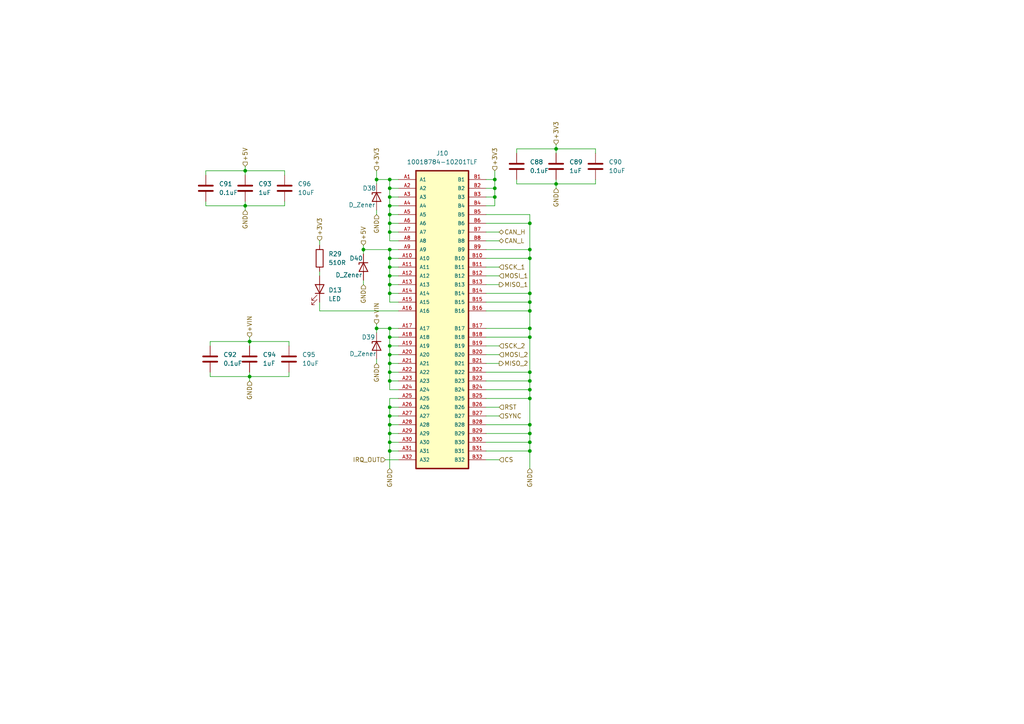
<source format=kicad_sch>
(kicad_sch (version 20250114) (generator "eeschema") (generator_version "9.0")
  (paper "A4")
  (lib_symbols
    (symbol "Connector:10018784-10201TLF" (pin_names (offset 1.016))
      (property "Reference" "J" (at -7.6348 45.8086 0))
      (property "Value" "10018784-10201TLF" (at -7.6251 -48.2925 0))
      (symbol "10018784-10201TLF_0_0"
        (rectangle (start -7.62 -43.18) (end 7.62 43.18) (stroke (width 0.4064)) (fill (type background)))
        (pin passive line (at -12.7 40.64 0) (length 5.08) (name "A1") (number "A1"))
        (pin passive line (at -12.7 38.1 0) (length 5.08) (name "A2") (number "A2"))
        (pin passive line (at -12.7 35.56 0) (length 5.08) (name "A3") (number "A3"))
        (pin passive line (at -12.7 33.02 0) (length 5.08) (name "A4") (number "A4"))
        (pin passive line (at -12.7 30.48 0) (length 5.08) (name "A5") (number "A5"))
        (pin passive line (at -12.7 27.94 0) (length 5.08) (name "A6") (number "A6"))
        (pin passive line (at -12.7 25.4 0) (length 5.08) (name "A7") (number "A7"))
        (pin passive line (at -12.7 22.86 0) (length 5.08) (name "A8") (number "A8"))
        (pin passive line (at -12.7 20.32 0) (length 5.08) (name "A9") (number "A9"))
        (pin passive line (at -12.7 17.78 0) (length 5.08) (name "A10") (number "A10"))
        (pin passive line (at -12.7 15.24 0) (length 5.08) (name "A11") (number "A11"))
        (pin passive line (at -12.7 12.7 0) (length 5.08) (name "A12") (number "A12"))
        (pin passive line (at -12.7 10.16 0) (length 5.08) (name "A13") (number "A13"))
        (pin passive line (at -12.7 7.62 0) (length 5.08) (name "A14") (number "A14"))
        (pin passive line (at -12.7 5.08 0) (length 5.08) (name "A15") (number "A15"))
        (pin passive line (at -12.7 2.54 0) (length 5.08) (name "A16") (number "A16"))
        (pin passive line (at -12.7 -2.54 0) (length 5.08) (name "A17") (number "A17"))
        (pin passive line (at -12.7 -5.08 0) (length 5.08) (name "A18") (number "A18"))
        (pin passive line (at -12.7 -7.62 0) (length 5.08) (name "A19") (number "A19"))
        (pin passive line (at -12.7 -10.16 0) (length 5.08) (name "A20") (number "A20"))
        (pin passive line (at -12.7 -12.7 0) (length 5.08) (name "A21") (number "A21"))
        (pin passive line (at -12.7 -15.24 0) (length 5.08) (name "A22") (number "A22"))
        (pin passive line (at -12.7 -17.78 0) (length 5.08) (name "A23") (number "A23"))
        (pin passive line (at -12.7 -20.32 0) (length 5.08) (name "A24") (number "A24"))
        (pin passive line (at -12.7 -22.86 0) (length 5.08) (name "A25") (number "A25"))
        (pin passive line (at -12.7 -25.4 0) (length 5.08) (name "A26") (number "A26"))
        (pin passive line (at -12.7 -27.94 0) (length 5.08) (name "A27") (number "A27"))
        (pin passive line (at -12.7 -30.48 0) (length 5.08) (name "A28") (number "A28"))
        (pin passive line (at -12.7 -33.02 0) (length 5.08) (name "A29") (number "A29"))
        (pin passive line (at -12.7 -35.56 0) (length 5.08) (name "A30") (number "A30"))
        (pin passive line (at -12.7 -38.1 0) (length 5.08) (name "A31") (number "A31"))
        (pin passive line (at -12.7 -40.64 0) (length 5.08) (name "A32") (number "A32"))
        (pin passive line (at 12.7 40.64 180) (length 5.08) (name "B1") (number "B1"))
        (pin passive line (at 12.7 38.1 180) (length 5.08) (name "B2") (number "B2"))
        (pin passive line (at 12.7 35.56 180) (length 5.08) (name "B3") (number "B3"))
        (pin passive line (at 12.7 33.02 180) (length 5.08) (name "B4") (number "B4"))
        (pin passive line (at 12.7 30.48 180) (length 5.08) (name "B5") (number "B5"))
        (pin passive line (at 12.7 27.94 180) (length 5.08) (name "B6") (number "B6"))
        (pin passive line (at 12.7 25.4 180) (length 5.08) (name "B7") (number "B7"))
        (pin passive line (at 12.7 22.86 180) (length 5.08) (name "B8") (number "B8"))
        (pin passive line (at 12.7 20.32 180) (length 5.08) (name "B9") (number "B9"))
        (pin passive line (at 12.7 17.78 180) (length 5.08) (name "B10") (number "B10"))
        (pin passive line (at 12.7 15.24 180) (length 5.08) (name "B11") (number "B11"))
        (pin passive line (at 12.7 12.7 180) (length 5.08) (name "B12") (number "B12"))
        (pin passive line (at 12.7 10.16 180) (length 5.08) (name "B13") (number "B13"))
        (pin passive line (at 12.7 7.62 180) (length 5.08) (name "B14") (number "B14"))
        (pin passive line (at 12.7 5.08 180) (length 5.08) (name "B15") (number "B15"))
        (pin passive line (at 12.7 2.54 180) (length 5.08) (name "B16") (number "B16"))
        (pin passive line (at 12.7 -2.54 180) (length 5.08) (name "B17") (number "B17"))
        (pin passive line (at 12.7 -5.08 180) (length 5.08) (name "B18") (number "B18"))
        (pin passive line (at 12.7 -7.62 180) (length 5.08) (name "B19") (number "B19"))
        (pin passive line (at 12.7 -10.16 180) (length 5.08) (name "B20") (number "B20"))
        (pin passive line (at 12.7 -12.7 180) (length 5.08) (name "B21") (number "B21"))
        (pin passive line (at 12.7 -15.24 180) (length 5.08) (name "B22") (number "B22"))
        (pin passive line (at 12.7 -17.78 180) (length 5.08) (name "B23") (number "B23"))
        (pin passive line (at 12.7 -20.32 180) (length 5.08) (name "B24") (number "B24"))
        (pin passive line (at 12.7 -22.86 180) (length 5.08) (name "B25") (number "B25"))
        (pin passive line (at 12.7 -25.4 180) (length 5.08) (name "B26") (number "B26"))
        (pin passive line (at 12.7 -27.94 180) (length 5.08) (name "B27") (number "B27"))
        (pin passive line (at 12.7 -30.48 180) (length 5.08) (name "B28") (number "B28"))
        (pin passive line (at 12.7 -33.02 180) (length 5.08) (name "B29") (number "B29"))
        (pin passive line (at 12.7 -35.56 180) (length 5.08) (name "B30") (number "B30"))
        (pin passive line (at 12.7 -38.1 180) (length 5.08) (name "B31") (number "B31"))
        (pin passive line (at 12.7 -40.64 180) (length 5.08) (name "B32") (number "B32"))
      )
    )
    (symbol "Device:C" (pin_numbers (hide yes)) (pin_names (offset 0.254))
      (property "Reference" "C" (at 0.635 2.54 0))
      (property "Value" "C" (at 0.635 -2.54 0))
      (symbol "C_0_1"
        (polyline (pts (xy -2.032 0.762) (xy 2.032 0.762)) (stroke (width 0.508)))
        (polyline (pts (xy -2.032 -0.762) (xy 2.032 -0.762)) (stroke (width 0.508)))
      )
      (symbol "C_1_1"
        (pin passive line (at 0 3.81 270) (length 2.794) (name "~") (number "1"))
        (pin passive line (at 0 -3.81 90) (length 2.794) (name "~") (number "2"))
      )
    )
    (symbol "Device:D_Zener" (pin_numbers (hide yes)) (pin_names (offset 1.016) (hide yes))
      (property "Reference" "D" (at 0 2.54 0))
      (property "Value" "D_Zener" (at 0 -2.54 0))
      (symbol "D_Zener_0_1"
        (polyline (pts (xy -1.27 -1.27) (xy -1.27 1.27) (xy -0.762 1.27)) (stroke (width 0.254)))
        (polyline (pts (xy 1.27 0) (xy -1.27 0)))
        (polyline (pts (xy 1.27 -1.27) (xy 1.27 1.27) (xy -1.27 0) (xy 1.27 -1.27)) (stroke (width 0.254)))
      )
      (symbol "D_Zener_1_1"
        (pin passive line (at -3.81 0 0) (length 2.54) (name "K") (number "1"))
        (pin passive line (at 3.81 0 180) (length 2.54) (name "A") (number "2"))
      )
    )
    (symbol "Device:LED" (pin_numbers (hide yes)) (pin_names (offset 1.016) (hide yes))
      (property "Reference" "D" (at 0 2.54 0))
      (property "Value" "LED" (at 0 -2.54 0))
      (symbol "LED_0_1"
        (polyline (pts (xy -3.048 -0.762) (xy -4.572 -2.286) (xy -3.81 -2.286) (xy -4.572 -2.286) (xy -4.572 -1.524)))
        (polyline (pts (xy -1.778 -0.762) (xy -3.302 -2.286) (xy -2.54 -2.286) (xy -3.302 -2.286) (xy -3.302 -1.524)))
        (polyline (pts (xy -1.27 0) (xy 1.27 0)))
        (polyline (pts (xy -1.27 -1.27) (xy -1.27 1.27)) (stroke (width 0.254)))
        (polyline (pts (xy 1.27 -1.27) (xy 1.27 1.27) (xy -1.27 0) (xy 1.27 -1.27)) (stroke (width 0.254)))
      )
      (symbol "LED_1_1"
        (pin passive line (at -3.81 0 0) (length 2.54) (name "K") (number "1"))
        (pin passive line (at 3.81 0 180) (length 2.54) (name "A") (number "2"))
      )
    )
    (symbol "Device:R" (pin_numbers (hide yes)) (pin_names (offset 0))
      (property "Reference" "R" (at 2.032 0 90))
      (property "Value" "R" (at 0 0 90))
      (symbol "R_0_1"
        (rectangle (start -1.016 -2.54) (end 1.016 2.54) (stroke (width 0.254)))
      )
      (symbol "R_1_1"
        (pin passive line (at 0 3.81 270) (length 1.27) (name "~") (number "1"))
        (pin passive line (at 0 -3.81 90) (length 1.27) (name "~") (number "2"))
      )
    )
  )
  (junction (at 109.22 95.25))
  (junction (at 153.67 74.93))
  (junction (at 113.03 125.73))
  (junction (at 113.03 57.15))
  (junction (at 113.03 64.77))
  (junction (at 113.03 107.95))
  (junction (at 113.03 105.41))
  (junction (at 143.51 54.61))
  (junction (at 113.03 74.93))
  (junction (at 161.29 43.18))
  (junction (at 113.03 118.11))
  (junction (at 71.12 59.69))
  (junction (at 113.03 54.61))
  (junction (at 109.22 52.07))
  (junction (at 113.03 110.49))
  (junction (at 113.03 72.39))
  (junction (at 153.67 90.17))
  (junction (at 113.03 80.01))
  (junction (at 143.51 57.15))
  (junction (at 113.03 82.55))
  (junction (at 153.67 107.95))
  (junction (at 153.67 125.73))
  (junction (at 105.41 72.39))
  (junction (at 113.03 128.27))
  (junction (at 161.29 53.34))
  (junction (at 113.03 62.23))
  (junction (at 113.03 123.19))
  (junction (at 72.39 99.06))
  (junction (at 153.67 123.19))
  (junction (at 113.03 67.31))
  (junction (at 153.67 128.27))
  (junction (at 153.67 113.03))
  (junction (at 153.67 115.57))
  (junction (at 113.03 85.09))
  (junction (at 113.03 102.87))
  (junction (at 113.03 97.79))
  (junction (at 153.67 110.49))
  (junction (at 153.67 64.77))
  (junction (at 153.67 130.81))
  (junction (at 153.67 97.79))
  (junction (at 71.12 49.53))
  (junction (at 113.03 120.65))
  (junction (at 113.03 95.25))
  (junction (at 113.03 77.47))
  (junction (at 153.67 72.39))
  (junction (at 113.03 52.07))
  (junction (at 113.03 100.33))
  (junction (at 153.67 87.63))
  (junction (at 153.67 95.25))
  (junction (at 153.67 85.09))
  (junction (at 72.39 109.22))
  (junction (at 143.51 52.07))
  (junction (at 113.03 130.81))
  (junction (at 113.03 59.69))
  (wire (pts (xy 115.57 72.39) (xy 113.03 72.39)))
  (wire (pts (xy 144.78 133.35) (xy 140.97 133.35)))
  (wire (pts (xy 143.51 54.61) (xy 143.51 57.15)))
  (wire (pts (xy 115.57 54.61) (xy 113.03 54.61)))
  (wire (pts (xy 113.03 54.61) (xy 113.03 57.15)))
  (wire (pts (xy 113.03 82.55) (xy 113.03 85.09)))
  (wire (pts (xy 172.72 52.07) (xy 172.72 53.34)))
  (wire (pts (xy 115.57 105.41) (xy 113.03 105.41)))
  (wire (pts (xy 109.22 60.96) (xy 109.22 62.23)))
  (wire (pts (xy 143.51 57.15) (xy 143.51 59.69)))
  (wire (pts (xy 92.71 69.85) (xy 92.71 71.12)))
  (wire (pts (xy 60.96 99.06) (xy 72.39 99.06)))
  (wire (pts (xy 143.51 52.07) (xy 140.97 52.07)))
  (wire (pts (xy 59.69 58.42) (xy 59.69 59.69)))
  (wire (pts (xy 113.03 107.95) (xy 113.03 110.49)))
  (wire (pts (xy 161.29 43.18) (xy 172.72 43.18)))
  (wire (pts (xy 109.22 95.25) (xy 109.22 96.52)))
  (wire (pts (xy 140.97 130.81) (xy 153.67 130.81)))
  (wire (pts (xy 140.97 107.95) (xy 153.67 107.95)))
  (wire (pts (xy 113.03 74.93) (xy 113.03 77.47)))
  (wire (pts (xy 161.29 43.18) (xy 161.29 44.45)))
  (wire (pts (xy 153.67 74.93) (xy 140.97 74.93)))
  (wire (pts (xy 109.22 104.14) (xy 109.22 105.41)))
  (wire (pts (xy 172.72 43.18) (xy 172.72 44.45)))
  (wire (pts (xy 144.78 67.31) (xy 140.97 67.31)))
  (wire (pts (xy 71.12 49.53) (xy 82.55 49.53)))
  (wire (pts (xy 60.96 107.95) (xy 60.96 109.22)))
  (wire (pts (xy 113.03 128.27) (xy 115.57 128.27)))
  (wire (pts (xy 113.03 95.25) (xy 109.22 95.25)))
  (wire (pts (xy 72.39 109.22) (xy 83.82 109.22)))
  (wire (pts (xy 109.22 52.07) (xy 109.22 53.34)))
  (wire (pts (xy 115.57 67.31) (xy 113.03 67.31)))
  (wire (pts (xy 71.12 59.69) (xy 71.12 60.96)))
  (wire (pts (xy 113.03 57.15) (xy 113.03 59.69)))
  (wire (pts (xy 113.03 72.39) (xy 113.03 74.93)))
  (wire (pts (xy 113.03 77.47) (xy 113.03 80.01)))
  (wire (pts (xy 144.78 82.55) (xy 140.97 82.55)))
  (wire (pts (xy 113.03 128.27) (xy 113.03 130.81)))
  (wire (pts (xy 115.57 100.33) (xy 113.03 100.33)))
  (wire (pts (xy 59.69 49.53) (xy 71.12 49.53)))
  (wire (pts (xy 115.57 59.69) (xy 113.03 59.69)))
  (wire (pts (xy 115.57 85.09) (xy 113.03 85.09)))
  (wire (pts (xy 115.57 77.47) (xy 113.03 77.47)))
  (wire (pts (xy 113.03 97.79) (xy 113.03 100.33)))
  (wire (pts (xy 59.69 50.8) (xy 59.69 49.53)))
  (wire (pts (xy 113.03 64.77) (xy 113.03 67.31)))
  (wire (pts (xy 113.03 130.81) (xy 113.03 135.89)))
  (wire (pts (xy 60.96 109.22) (xy 72.39 109.22)))
  (wire (pts (xy 113.03 95.25) (xy 113.03 97.79)))
  (wire (pts (xy 60.96 100.33) (xy 60.96 99.06)))
  (wire (pts (xy 153.67 110.49) (xy 140.97 110.49)))
  (wire (pts (xy 113.03 62.23) (xy 113.03 64.77)))
  (wire (pts (xy 109.22 52.07) (xy 113.03 52.07)))
  (wire (pts (xy 153.67 115.57) (xy 153.67 123.19)))
  (wire (pts (xy 153.67 113.03) (xy 153.67 115.57)))
  (wire (pts (xy 143.51 54.61) (xy 140.97 54.61)))
  (wire (pts (xy 113.03 118.11) (xy 113.03 120.65)))
  (wire (pts (xy 153.67 90.17) (xy 140.97 90.17)))
  (wire (pts (xy 71.12 59.69) (xy 82.55 59.69)))
  (wire (pts (xy 149.86 43.18) (xy 161.29 43.18)))
  (wire (pts (xy 113.03 125.73) (xy 113.03 128.27)))
  (wire (pts (xy 149.86 53.34) (xy 161.29 53.34)))
  (wire (pts (xy 115.57 113.03) (xy 113.03 113.03)))
  (wire (pts (xy 140.97 128.27) (xy 153.67 128.27)))
  (wire (pts (xy 140.97 123.19) (xy 153.67 123.19)))
  (wire (pts (xy 59.69 59.69) (xy 71.12 59.69)))
  (wire (pts (xy 153.67 125.73) (xy 153.67 128.27)))
  (wire (pts (xy 144.78 120.65) (xy 140.97 120.65)))
  (wire (pts (xy 140.97 125.73) (xy 153.67 125.73)))
  (wire (pts (xy 92.71 90.17) (xy 115.57 90.17)))
  (wire (pts (xy 143.51 52.07) (xy 143.51 54.61)))
  (wire (pts (xy 153.67 62.23) (xy 153.67 64.77)))
  (wire (pts (xy 71.12 49.53) (xy 71.12 50.8)))
  (wire (pts (xy 161.29 52.07) (xy 161.29 53.34)))
  (wire (pts (xy 82.55 58.42) (xy 82.55 59.69)))
  (wire (pts (xy 115.57 62.23) (xy 113.03 62.23)))
  (wire (pts (xy 113.03 125.73) (xy 115.57 125.73)))
  (wire (pts (xy 140.97 62.23) (xy 153.67 62.23)))
  (wire (pts (xy 113.03 102.87) (xy 113.03 105.41)))
  (wire (pts (xy 113.03 72.39) (xy 105.41 72.39)))
  (wire (pts (xy 113.03 85.09) (xy 113.03 87.63)))
  (wire (pts (xy 161.29 41.91) (xy 161.29 43.18)))
  (wire (pts (xy 144.78 102.87) (xy 140.97 102.87)))
  (wire (pts (xy 92.71 87.63) (xy 92.71 90.17)))
  (wire (pts (xy 113.03 105.41) (xy 113.03 107.95)))
  (wire (pts (xy 92.71 78.74) (xy 92.71 80.01)))
  (wire (pts (xy 71.12 48.26) (xy 71.12 49.53)))
  (wire (pts (xy 144.78 77.47) (xy 140.97 77.47)))
  (wire (pts (xy 83.82 99.06) (xy 83.82 100.33)))
  (wire (pts (xy 113.03 59.69) (xy 113.03 62.23)))
  (wire (pts (xy 144.78 100.33) (xy 140.97 100.33)))
  (wire (pts (xy 115.57 74.93) (xy 113.03 74.93)))
  (wire (pts (xy 143.51 49.53) (xy 143.51 52.07)))
  (wire (pts (xy 153.67 130.81) (xy 153.67 135.89)))
  (wire (pts (xy 113.03 118.11) (xy 115.57 118.11)))
  (wire (pts (xy 153.67 128.27) (xy 153.67 130.81)))
  (wire (pts (xy 115.57 133.35) (xy 111.76 133.35)))
  (wire (pts (xy 72.39 109.22) (xy 72.39 110.49)))
  (wire (pts (xy 113.03 80.01) (xy 113.03 82.55)))
  (wire (pts (xy 140.97 115.57) (xy 153.67 115.57)))
  (wire (pts (xy 113.03 123.19) (xy 113.03 125.73)))
  (wire (pts (xy 140.97 85.09) (xy 153.67 85.09)))
  (wire (pts (xy 105.41 81.28) (xy 105.41 82.55)))
  (wire (pts (xy 113.03 52.07) (xy 113.03 54.61)))
  (wire (pts (xy 113.03 115.57) (xy 113.03 118.11)))
  (wire (pts (xy 153.67 113.03) (xy 153.67 110.49)))
  (wire (pts (xy 153.67 85.09) (xy 153.67 87.63)))
  (wire (pts (xy 72.39 107.95) (xy 72.39 109.22)))
  (wire (pts (xy 161.29 53.34) (xy 161.29 54.61)))
  (wire (pts (xy 153.67 72.39) (xy 153.67 74.93)))
  (wire (pts (xy 115.57 80.01) (xy 113.03 80.01)))
  (wire (pts (xy 109.22 49.53) (xy 109.22 52.07)))
  (wire (pts (xy 113.03 110.49) (xy 113.03 113.03)))
  (wire (pts (xy 115.57 82.55) (xy 113.03 82.55)))
  (wire (pts (xy 153.67 95.25) (xy 153.67 97.79)))
  (wire (pts (xy 149.86 44.45) (xy 149.86 43.18)))
  (wire (pts (xy 115.57 107.95) (xy 113.03 107.95)))
  (wire (pts (xy 72.39 99.06) (xy 72.39 100.33)))
  (wire (pts (xy 113.03 100.33) (xy 113.03 102.87)))
  (wire (pts (xy 115.57 95.25) (xy 113.03 95.25)))
  (wire (pts (xy 140.97 64.77) (xy 153.67 64.77)))
  (wire (pts (xy 161.29 53.34) (xy 172.72 53.34)))
  (wire (pts (xy 105.41 72.39) (xy 105.41 73.66)))
  (wire (pts (xy 153.67 97.79) (xy 140.97 97.79)))
  (wire (pts (xy 113.03 115.57) (xy 115.57 115.57)))
  (wire (pts (xy 72.39 99.06) (xy 83.82 99.06)))
  (wire (pts (xy 140.97 59.69) (xy 143.51 59.69)))
  (wire (pts (xy 71.12 58.42) (xy 71.12 59.69)))
  (wire (pts (xy 153.67 107.95) (xy 153.67 110.49)))
  (wire (pts (xy 113.03 123.19) (xy 115.57 123.19)))
  (wire (pts (xy 109.22 93.98) (xy 109.22 95.25)))
  (wire (pts (xy 115.57 87.63) (xy 113.03 87.63)))
  (wire (pts (xy 153.67 113.03) (xy 140.97 113.03)))
  (wire (pts (xy 115.57 102.87) (xy 113.03 102.87)))
  (wire (pts (xy 113.03 130.81) (xy 115.57 130.81)))
  (wire (pts (xy 115.57 69.85) (xy 113.03 69.85)))
  (wire (pts (xy 72.39 97.79) (xy 72.39 99.06)))
  (wire (pts (xy 153.67 64.77) (xy 153.67 72.39)))
  (wire (pts (xy 153.67 72.39) (xy 140.97 72.39)))
  (wire (pts (xy 153.67 123.19) (xy 153.67 125.73)))
  (wire (pts (xy 113.03 67.31) (xy 113.03 69.85)))
  (wire (pts (xy 153.67 87.63) (xy 153.67 90.17)))
  (wire (pts (xy 149.86 52.07) (xy 149.86 53.34)))
  (wire (pts (xy 83.82 107.95) (xy 83.82 109.22)))
  (wire (pts (xy 153.67 97.79) (xy 153.67 107.95)))
  (wire (pts (xy 144.78 105.41) (xy 140.97 105.41)))
  (wire (pts (xy 113.03 120.65) (xy 113.03 123.19)))
  (wire (pts (xy 113.03 120.65) (xy 115.57 120.65)))
  (wire (pts (xy 82.55 49.53) (xy 82.55 50.8)))
  (wire (pts (xy 143.51 57.15) (xy 140.97 57.15)))
  (wire (pts (xy 105.41 71.12) (xy 105.41 72.39)))
  (wire (pts (xy 153.67 87.63) (xy 140.97 87.63)))
  (wire (pts (xy 153.67 74.93) (xy 153.67 85.09)))
  (wire (pts (xy 153.67 90.17) (xy 153.67 95.25)))
  (wire (pts (xy 153.67 95.25) (xy 140.97 95.25)))
  (wire (pts (xy 115.57 52.07) (xy 113.03 52.07)))
  (wire (pts (xy 115.57 110.49) (xy 113.03 110.49)))
  (wire (pts (xy 144.78 69.85) (xy 140.97 69.85)))
  (wire (pts (xy 115.57 64.77) (xy 113.03 64.77)))
  (wire (pts (xy 115.57 57.15) (xy 113.03 57.15)))
  (wire (pts (xy 115.57 97.79) (xy 113.03 97.79)))
  (wire (pts (xy 144.78 118.11) (xy 140.97 118.11)))
  (wire (pts (xy 144.78 80.01) (xy 140.97 80.01)))
  (hierarchical_label "IRQ_OUT" (shape input) (at 111.76 133.35 180))
  (hierarchical_label "+3V3" (shape input) (at 109.22 49.53 90))
  (hierarchical_label "SCK_1" (shape input) (at 144.78 77.47 0))
  (hierarchical_label "GND" (shape input) (at 71.12 60.96 270))
  (hierarchical_label "CAN_L" (shape bidirectional) (at 144.78 69.85 0))
  (hierarchical_label "+5V" (shape input) (at 105.41 71.12 90))
  (hierarchical_label "GND" (shape input) (at 109.22 62.23 270))
  (hierarchical_label "GND" (shape input) (at 109.22 105.41 270))
  (hierarchical_label "MISO_1" (shape output) (at 144.78 82.55 0))
  (hierarchical_label "+3V3" (shape input) (at 161.29 41.91 90))
  (hierarchical_label "+VIN" (shape input) (at 109.22 93.98 90))
  (hierarchical_label "GND" (shape input) (at 153.67 135.89 270))
  (hierarchical_label "RST" (shape input) (at 144.78 118.11 0))
  (hierarchical_label "SYNC" (shape input) (at 144.78 120.65 0))
  (hierarchical_label "CAN_H" (shape bidirectional) (at 144.78 67.31 0))
  (hierarchical_label "GND" (shape input) (at 113.03 135.89 270))
  (hierarchical_label "MISO_2" (shape output) (at 144.78 105.41 0))
  (hierarchical_label "MOSI_1" (shape input) (at 144.78 80.01 0))
  (hierarchical_label "+3V3" (shape input) (at 92.71 69.85 90))
  (hierarchical_label "+VIN" (shape input) (at 72.39 97.79 90))
  (hierarchical_label "+5V" (shape input) (at 71.12 48.26 90))
  (hierarchical_label "CS" (shape input) (at 144.78 133.35 0))
  (hierarchical_label "GND" (shape input) (at 161.29 54.61 270))
  (hierarchical_label "SCK_2" (shape input) (at 144.78 100.33 0))
  (hierarchical_label "GND" (shape input) (at 105.41 82.55 270))
  (hierarchical_label "GND" (shape input) (at 72.39 110.49 270))
  (hierarchical_label "MOSI_2" (shape input) (at 144.78 102.87 0))
  (hierarchical_label "+3V3" (shape input) (at 143.51 49.53 90))
  (symbol (lib_id "Connector:10018784-10201TLF") (at 128.27 92.71 0) (unit 1)
    (property "Reference" "J10" (at 128.27 44.45 0))
    (property "Value" "10018784-10201TLF" (at 128.27 46.99 0))
    (property "Footprint" "Connector_PCBEdge:CONN_10018784-10201TLF" (effects (hide yes)))
    (property "PARTREV" "A" (effects (hide yes)))
    (property "STANDARD" "MANUFACTURER RECOMMENDATIONS" (effects (hide yes)))
    (property "MANUFACTURER" "AMPHENOL" (effects (hide yes)))
  )
  (symbol (lib_id "Device:C") (at 60.96 104.14 0) (unit 1)
    (property "Reference" "C92" (at 64.77 102.8699 0) (effects (justify left)))
    (property "Value" "0.1uF" (at 64.77 105.4099 0) (effects (justify left)))
    (property "Footprint" "Capacitor_SMD:C_0805_2012Metric" (effects (hide yes)))
    (property "Description" "Unpolarized capacitor" (effects (hide yes)))
  )
  (symbol (lib_id "Device:LED") (at 92.71 83.82 270) (mirror x) (unit 1)
    (property "Reference" "D13" (at 95.25 84.1374 90) (effects (justify left)))
    (property "Value" "LED" (at 95.25 86.6774 90) (effects (justify left)))
    (property "Footprint" "LED_SMD:LED_0805_2012Metric" (effects (hide yes)))
    (property "Description" "Light emitting diode" (effects (hide yes)))
  )
  (symbol (lib_id "Device:C") (at 172.72 48.26 0) (unit 1)
    (property "Reference" "C90" (at 176.53 46.9899 0) (effects (justify left)))
    (property "Value" "10uF" (at 176.53 49.5299 0) (effects (justify left)))
    (property "Footprint" "Capacitor_SMD:C_1206_3216Metric" (effects (hide yes)))
    (property "Description" "Unpolarized capacitor" (effects (hide yes)))
  )
  (symbol (lib_id "Device:C") (at 59.69 54.61 0) (unit 1)
    (property "Reference" "C91" (at 63.5 53.3399 0) (effects (justify left)))
    (property "Value" "0.1uF" (at 63.5 55.8799 0) (effects (justify left)))
    (property "Footprint" "Capacitor_SMD:C_0805_2012Metric" (effects (hide yes)))
    (property "Description" "Unpolarized capacitor" (effects (hide yes)))
  )
  (symbol (lib_id "Device:C") (at 161.29 48.26 0) (unit 1)
    (property "Reference" "C89" (at 165.1 46.9899 0) (effects (justify left)))
    (property "Value" "1uF" (at 165.1 49.5299 0) (effects (justify left)))
    (property "Footprint" "Capacitor_SMD:C_0805_2012Metric" (effects (hide yes)))
    (property "Description" "Unpolarized capacitor" (effects (hide yes)))
  )
  (symbol (lib_id "Device:D_Zener") (at 109.22 100.33 90) (mirror x) (unit 1)
    (property "Reference" "D39" (at 104.902 97.79 90) (effects (justify right)))
    (property "Value" "D_Zener" (at 101.346 102.616 90) (effects (justify right)))
    (property "Footprint" "Diode_SMD:D_SOD-123" (effects (hide yes)))
    (property "Description" "Zener diode" (effects (hide yes)))
  )
  (symbol (lib_id "Device:D_Zener") (at 109.22 57.15 90) (mirror x) (unit 1)
    (property "Reference" "D38" (at 105.156 54.61 90) (effects (justify right)))
    (property "Value" "D_Zener" (at 101.092 59.436 90) (effects (justify right)))
    (property "Footprint" "Diode_SMD:D_SOD-123" (effects (hide yes)))
    (property "Description" "Zener diode" (effects (hide yes)))
  )
  (symbol (lib_id "Device:C") (at 149.86 48.26 0) (unit 1)
    (property "Reference" "C88" (at 153.67 46.9899 0) (effects (justify left)))
    (property "Value" "0.1uF" (at 153.67 49.5299 0) (effects (justify left)))
    (property "Footprint" "Capacitor_SMD:C_0805_2012Metric" (effects (hide yes)))
    (property "Description" "Unpolarized capacitor" (effects (hide yes)))
  )
  (symbol (lib_id "Device:R") (at 92.71 74.93 0) (mirror y) (unit 1)
    (property "Reference" "R29" (at 95.25 73.6599 0) (effects (justify right)))
    (property "Value" "510R" (at 95.25 76.1999 0) (effects (justify right)))
    (property "Footprint" "Resistor_SMD:R_0805_2012Metric" (effects (hide yes)))
    (property "Description" "Resistor" (effects (hide yes)))
  )
  (symbol (lib_id "Device:C") (at 72.39 104.14 0) (unit 1)
    (property "Reference" "C94" (at 76.2 102.8699 0) (effects (justify left)))
    (property "Value" "1uF" (at 76.2 105.4099 0) (effects (justify left)))
    (property "Footprint" "Capacitor_SMD:C_0805_2012Metric" (effects (hide yes)))
    (property "Description" "Unpolarized capacitor" (effects (hide yes)))
  )
  (symbol (lib_id "Device:C") (at 83.82 104.14 0) (unit 1)
    (property "Reference" "C95" (at 87.63 102.8699 0) (effects (justify left)))
    (property "Value" "10uF" (at 87.63 105.4099 0) (effects (justify left)))
    (property "Footprint" "Capacitor_SMD:C_1206_3216Metric" (effects (hide yes)))
    (property "Description" "Unpolarized capacitor" (effects (hide yes)))
  )
  (symbol (lib_id "Device:C") (at 71.12 54.61 0) (unit 1)
    (property "Reference" "C93" (at 74.93 53.3399 0) (effects (justify left)))
    (property "Value" "1uF" (at 74.93 55.8799 0) (effects (justify left)))
    (property "Footprint" "Capacitor_SMD:C_0805_2012Metric" (effects (hide yes)))
    (property "Description" "Unpolarized capacitor" (effects (hide yes)))
  )
  (symbol (lib_id "Device:D_Zener") (at 105.41 77.47 90) (mirror x) (unit 1)
    (property "Reference" "D40" (at 101.346 74.93 90) (effects (justify right)))
    (property "Value" "D_Zener" (at 97.282 79.756 90) (effects (justify right)))
    (property "Footprint" "Diode_SMD:D_SOD-123" (effects (hide yes)))
    (property "Description" "Zener diode" (effects (hide yes)))
  )
  (symbol (lib_id "Device:C") (at 82.55 54.61 0) (unit 1)
    (property "Reference" "C96" (at 86.36 53.3399 0) (effects (justify left)))
    (property "Value" "10uF" (at 86.36 55.8799 0) (effects (justify left)))
    (property "Footprint" "Capacitor_SMD:C_1206_3216Metric" (effects (hide yes)))
    (property "Description" "Unpolarized capacitor" (effects (hide yes)))
  )
)
</source>
